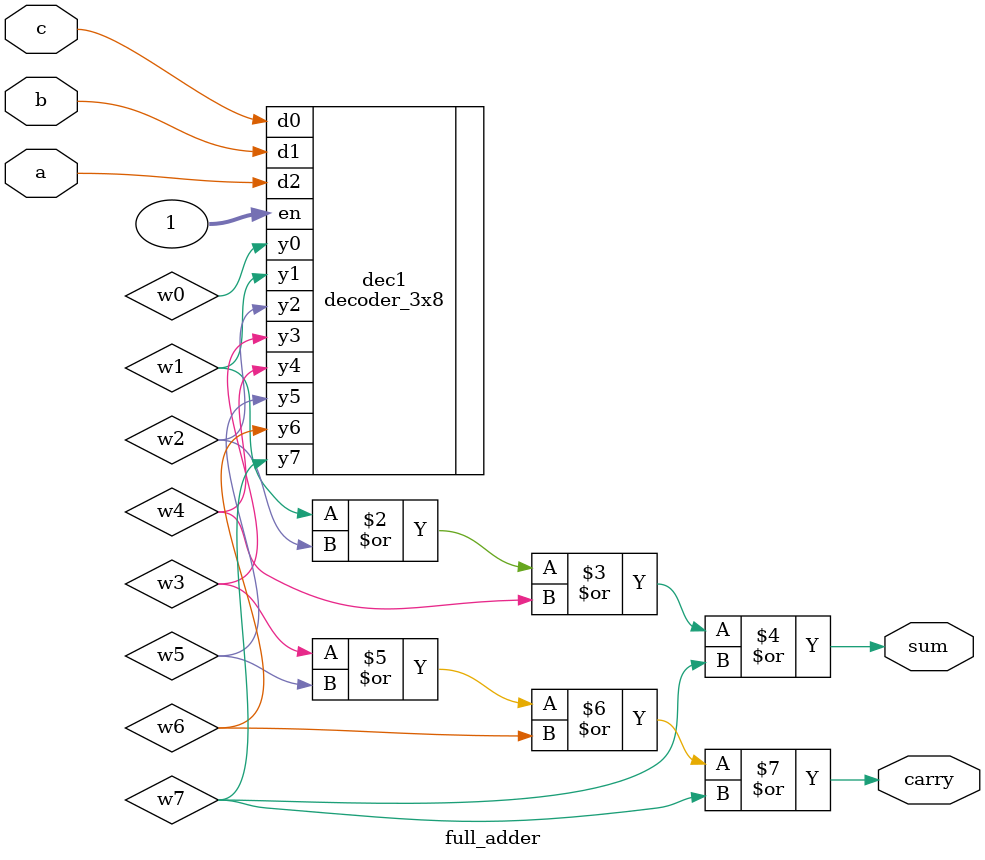
<source format=v>

module full_adder(a,b,c,sum,carry);
        input a,b,c;
		  output sum,carry;
        wire w0,w1,w2,w3,w4,w5,w6,w7;
        decoder_3x8 dec1(.d2(a),.d1(b),.en(1),.d0(c),.y0(w0),.y1(w1),.y2(w2),.y3(w3),.y4(w4),.y5(w5),.y6(w6),.y7(w7));
        or or1(sum,w1,w2,w4,w7);
        or or2(carry,w3,w5,w6,w7);
        
endmodule


</source>
